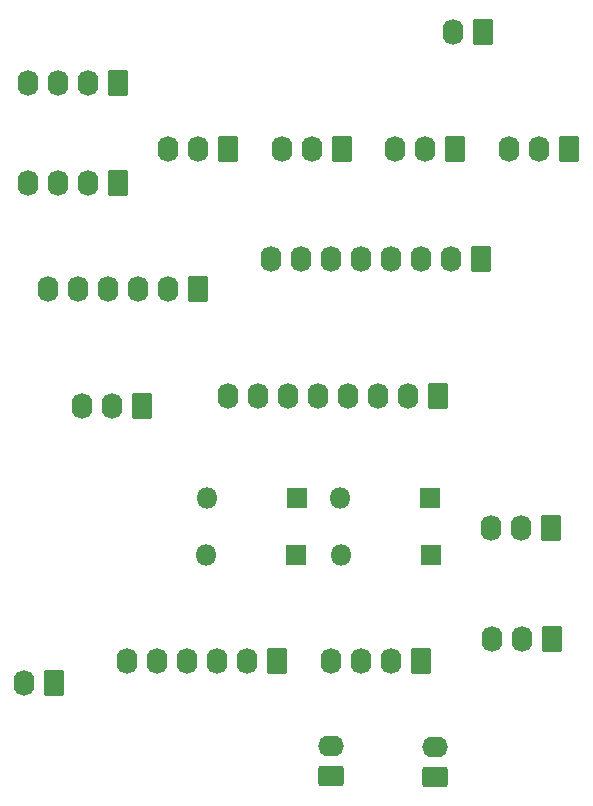
<source format=gbr>
%TF.GenerationSoftware,KiCad,Pcbnew,7.0.9*%
%TF.CreationDate,2023-11-26T06:02:27+10:00*%
%TF.ProjectId,INTERCOMM,494e5445-5243-44f4-9d4d-2e6b69636164,rev?*%
%TF.SameCoordinates,Original*%
%TF.FileFunction,Soldermask,Top*%
%TF.FilePolarity,Negative*%
%FSLAX46Y46*%
G04 Gerber Fmt 4.6, Leading zero omitted, Abs format (unit mm)*
G04 Created by KiCad (PCBNEW 7.0.9) date 2023-11-26 06:02:27*
%MOMM*%
%LPD*%
G01*
G04 APERTURE LIST*
G04 Aperture macros list*
%AMRoundRect*
0 Rectangle with rounded corners*
0 $1 Rounding radius*
0 $2 $3 $4 $5 $6 $7 $8 $9 X,Y pos of 4 corners*
0 Add a 4 corners polygon primitive as box body*
4,1,4,$2,$3,$4,$5,$6,$7,$8,$9,$2,$3,0*
0 Add four circle primitives for the rounded corners*
1,1,$1+$1,$2,$3*
1,1,$1+$1,$4,$5*
1,1,$1+$1,$6,$7*
1,1,$1+$1,$8,$9*
0 Add four rect primitives between the rounded corners*
20,1,$1+$1,$2,$3,$4,$5,0*
20,1,$1+$1,$4,$5,$6,$7,0*
20,1,$1+$1,$6,$7,$8,$9,0*
20,1,$1+$1,$8,$9,$2,$3,0*%
G04 Aperture macros list end*
%ADD10RoundRect,0.250000X0.620000X0.845000X-0.620000X0.845000X-0.620000X-0.845000X0.620000X-0.845000X0*%
%ADD11O,1.740000X2.190000*%
%ADD12RoundRect,0.250000X0.845000X-0.620000X0.845000X0.620000X-0.845000X0.620000X-0.845000X-0.620000X0*%
%ADD13O,2.190000X1.740000*%
%ADD14R,1.800000X1.800000*%
%ADD15O,1.800000X1.800000*%
G04 APERTURE END LIST*
D10*
%TO.C,SW7*%
X147810000Y-49600000D03*
D11*
X145270000Y-49600000D03*
%TD*%
D10*
%TO.C,RV1*%
X153660000Y-101020000D03*
D11*
X151120000Y-101020000D03*
X148580000Y-101020000D03*
%TD*%
D10*
%TO.C,J10*%
X142550000Y-102820000D03*
D11*
X140010000Y-102820000D03*
X137470000Y-102820000D03*
X134930000Y-102820000D03*
%TD*%
D10*
%TO.C,J11*%
X153550000Y-91590000D03*
D11*
X151010000Y-91590000D03*
X148470000Y-91590000D03*
%TD*%
D12*
%TO.C,J5*%
X143710000Y-112640000D03*
D13*
X143710000Y-110100000D03*
%TD*%
D14*
%TO.C,D4*%
X132000000Y-89070000D03*
D15*
X124380000Y-89070000D03*
%TD*%
D10*
%TO.C,SW8*%
X118940000Y-81300000D03*
D11*
X116400000Y-81300000D03*
X113860000Y-81300000D03*
%TD*%
D10*
%TO.C,J9*%
X130320000Y-102830000D03*
D11*
X127780000Y-102830000D03*
X125240000Y-102830000D03*
X122700000Y-102830000D03*
X120160000Y-102830000D03*
X117620000Y-102830000D03*
%TD*%
D10*
%TO.C,J6*%
X116840000Y-53910000D03*
D11*
X114300000Y-53910000D03*
X111760000Y-53910000D03*
X109220000Y-53910000D03*
%TD*%
D10*
%TO.C,J3*%
X116880000Y-62350000D03*
D11*
X114340000Y-62350000D03*
X111800000Y-62350000D03*
X109260000Y-62350000D03*
%TD*%
D10*
%TO.C,J8*%
X123620000Y-71360000D03*
D11*
X121080000Y-71360000D03*
X118540000Y-71360000D03*
X116000000Y-71360000D03*
X113460000Y-71360000D03*
X110920000Y-71360000D03*
%TD*%
D10*
%TO.C,SW3*%
X155030000Y-59490000D03*
D11*
X152490000Y-59490000D03*
X149950000Y-59490000D03*
%TD*%
D14*
%TO.C,D2*%
X143350000Y-93890000D03*
D15*
X135730000Y-93890000D03*
%TD*%
D10*
%TO.C,J7*%
X147590000Y-68790000D03*
D11*
X145050000Y-68790000D03*
X142510000Y-68790000D03*
X139970000Y-68790000D03*
X137430000Y-68790000D03*
X134890000Y-68790000D03*
X132350000Y-68790000D03*
X129810000Y-68790000D03*
%TD*%
D12*
%TO.C,J4*%
X134950000Y-112560000D03*
D13*
X134950000Y-110020000D03*
%TD*%
D10*
%TO.C,SW1*%
X126220000Y-59470000D03*
D11*
X123680000Y-59470000D03*
X121140000Y-59470000D03*
%TD*%
D14*
%TO.C,D1*%
X143270000Y-89070000D03*
D15*
X135650000Y-89070000D03*
%TD*%
D10*
%TO.C,SW2*%
X145426700Y-59470000D03*
D11*
X142886700Y-59470000D03*
X140346700Y-59470000D03*
%TD*%
D10*
%TO.C,J12*%
X143960000Y-80440000D03*
D11*
X141420000Y-80440000D03*
X138880000Y-80440000D03*
X136340000Y-80440000D03*
X133800000Y-80440000D03*
X131260000Y-80440000D03*
X128720000Y-80440000D03*
X126180000Y-80440000D03*
%TD*%
D14*
%TO.C,D3*%
X131930000Y-93890000D03*
D15*
X124310000Y-93890000D03*
%TD*%
D10*
%TO.C,SW4*%
X135823300Y-59470000D03*
D11*
X133283300Y-59470000D03*
X130743300Y-59470000D03*
%TD*%
D10*
%TO.C,SW6*%
X111490000Y-104750000D03*
D11*
X108950000Y-104750000D03*
%TD*%
M02*

</source>
